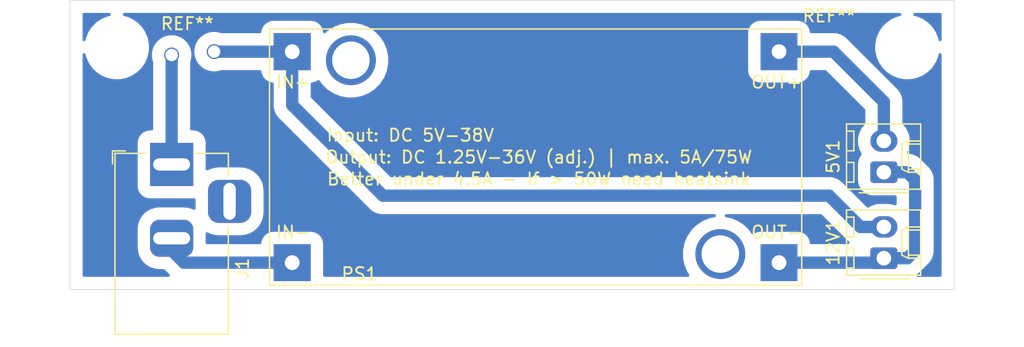
<source format=kicad_pcb>
(kicad_pcb (version 20171130) (host pcbnew "(5.1.12)-1")

  (general
    (thickness 1.6)
    (drawings 5)
    (tracks 24)
    (zones 0)
    (modules 6)
    (nets 7)
  )

  (page A4)
  (layers
    (0 F.Cu signal)
    (31 B.Cu signal)
    (32 B.Adhes user)
    (33 F.Adhes user)
    (34 B.Paste user)
    (35 F.Paste user)
    (36 B.SilkS user)
    (37 F.SilkS user)
    (38 B.Mask user)
    (39 F.Mask user)
    (40 Dwgs.User user)
    (41 Cmts.User user)
    (42 Eco1.User user)
    (43 Eco2.User user)
    (44 Edge.Cuts user)
    (45 Margin user)
    (46 B.CrtYd user)
    (47 F.CrtYd user)
    (48 B.Fab user)
    (49 F.Fab user)
  )

  (setup
    (last_trace_width 1)
    (user_trace_width 1)
    (trace_clearance 0.2)
    (zone_clearance 0.508)
    (zone_45_only no)
    (trace_min 0.2)
    (via_size 0.8)
    (via_drill 0.4)
    (via_min_size 0.4)
    (via_min_drill 0.3)
    (user_via 1.2 1)
    (uvia_size 0.3)
    (uvia_drill 0.1)
    (uvias_allowed no)
    (uvia_min_size 0.2)
    (uvia_min_drill 0.1)
    (edge_width 0.05)
    (segment_width 0.2)
    (pcb_text_width 0.3)
    (pcb_text_size 1.5 1.5)
    (mod_edge_width 0.12)
    (mod_text_size 1 1)
    (mod_text_width 0.15)
    (pad_size 1.524 1.524)
    (pad_drill 0.762)
    (pad_to_mask_clearance 0)
    (aux_axis_origin 0 0)
    (visible_elements FFFFFF7F)
    (pcbplotparams
      (layerselection 0x010fc_ffffffff)
      (usegerberextensions false)
      (usegerberattributes true)
      (usegerberadvancedattributes true)
      (creategerberjobfile true)
      (excludeedgelayer true)
      (linewidth 0.100000)
      (plotframeref false)
      (viasonmask false)
      (mode 1)
      (useauxorigin false)
      (hpglpennumber 1)
      (hpglpenspeed 20)
      (hpglpendiameter 15.000000)
      (psnegative false)
      (psa4output false)
      (plotreference true)
      (plotvalue true)
      (plotinvisibletext false)
      (padsonsilk false)
      (subtractmaskfromsilk false)
      (outputformat 1)
      (mirror false)
      (drillshape 1)
      (scaleselection 1)
      (outputdirectory ""))
  )

  (net 0 "")
  (net 1 "Net-(12V1-Pad2)")
  (net 2 "Net-(12V1-Pad1)")
  (net 3 "Net-(5V1-Pad2)")
  (net 4 "Net-(J1-Pad3)")
  (net 5 "Net-(J1-Pad2)")
  (net 6 "Net-(J1-Pad1)")

  (net_class Default "This is the default net class."
    (clearance 0.2)
    (trace_width 0.25)
    (via_dia 0.8)
    (via_drill 0.4)
    (uvia_dia 0.3)
    (uvia_drill 0.1)
    (add_net "Net-(12V1-Pad1)")
    (add_net "Net-(12V1-Pad2)")
    (add_net "Net-(5V1-Pad2)")
    (add_net "Net-(J1-Pad1)")
    (add_net "Net-(J1-Pad2)")
    (add_net "Net-(J1-Pad3)")
  )

  (module MountingHole:MountingHole_3.2mm_M3 (layer F.Cu) (tedit 56D1B4CB) (tstamp 63516801)
    (at 176.53 64.135)
    (descr "Mounting Hole 3.2mm, no annular, M3")
    (tags "mounting hole 3.2mm no annular m3")
    (attr virtual)
    (fp_text reference REF** (at -6.35 -2.54) (layer F.SilkS)
      (effects (font (size 1 1) (thickness 0.15)))
    )
    (fp_text value MountingHole_3.2mm_M3 (at 0 4.2) (layer F.Fab)
      (effects (font (size 1 1) (thickness 0.15)))
    )
    (fp_circle (center 0 0) (end 3.2 0) (layer Cmts.User) (width 0.15))
    (fp_circle (center 0 0) (end 3.45 0) (layer F.CrtYd) (width 0.05))
    (fp_text user %R (at 0.3 0) (layer F.Fab)
      (effects (font (size 1 1) (thickness 0.15)))
    )
    (pad 1 np_thru_hole circle (at 0 0) (size 3.2 3.2) (drill 3.2) (layers *.Cu *.Mask))
  )

  (module MountingHole:MountingHole_3.2mm_M3 (layer F.Cu) (tedit 56D1B4CB) (tstamp 635167F6)
    (at 112.395 64.135)
    (descr "Mounting Hole 3.2mm, no annular, M3")
    (tags "mounting hole 3.2mm no annular m3")
    (attr virtual)
    (fp_text reference REF** (at 5.715 -1.905) (layer F.SilkS)
      (effects (font (size 1 1) (thickness 0.15)))
    )
    (fp_text value MountingHole_3.2mm_M3 (at 0 4.2) (layer F.Fab)
      (effects (font (size 1 1) (thickness 0.15)))
    )
    (fp_text user %R (at 0.3 0) (layer F.Fab)
      (effects (font (size 1 1) (thickness 0.15)))
    )
    (fp_circle (center 0 0) (end 3.2 0) (layer Cmts.User) (width 0.15))
    (fp_circle (center 0 0) (end 3.45 0) (layer F.CrtYd) (width 0.05))
    (pad 1 np_thru_hole circle (at 0 0) (size 3.2 3.2) (drill 3.2) (layers *.Cu *.Mask))
  )

  (module XL4005:XL4005_DC-DC (layer F.Cu) (tedit 5CEE5149) (tstamp 6351629C)
    (at 124.779999 83.483)
    (path /6350F987)
    (fp_text reference PS1 (at 7.300001 -0.933) (layer F.SilkS)
      (effects (font (size 1 1) (thickness 0.15)))
    )
    (fp_text value XL4005_DC-DC (at 11.745001 -2.838) (layer F.Fab)
      (effects (font (size 1 1) (thickness 0.15)))
    )
    (fp_text user IN+ (at 1.905 -16.51) (layer F.SilkS)
      (effects (font (size 1 1) (thickness 0.15)))
    )
    (fp_text user IN- (at 1.905 -4.318) (layer F.SilkS)
      (effects (font (size 1 1) (thickness 0.15)))
    )
    (fp_text user OUT+ (at 41.148 -16.51) (layer F.SilkS)
      (effects (font (size 1 1) (thickness 0.15)))
    )
    (fp_text user OUT- (at 41.148 -4.318) (layer F.SilkS)
      (effects (font (size 1 1) (thickness 0.15)))
    )
    (fp_text user "Input: DC 5V-38V" (at 11.43 -12.192) (layer F.SilkS)
      (effects (font (size 1 1) (thickness 0.15)))
    )
    (fp_text user "Output: DC 1.25V-36V (adj.) | max. 5A/75W" (at 21.844 -10.414) (layer F.SilkS)
      (effects (font (size 1 1) (thickness 0.15)))
    )
    (fp_text user "Better under 4.5A - If > 50W need heatsink" (at 21.844 -8.636) (layer F.SilkS)
      (effects (font (size 1 1) (thickness 0.15)))
    )
    (fp_line (start 43.18 0) (end 0 0) (layer F.SilkS) (width 0.12))
    (fp_line (start 43.18 -20.828) (end 43.18 0) (layer F.SilkS) (width 0.12))
    (fp_line (start 0 -20.828) (end 43.18 -20.828) (layer F.SilkS) (width 0.12))
    (fp_line (start 0 0) (end 0 -20.828) (layer F.SilkS) (width 0.12))
    (pad "" thru_hole circle (at 6.604 -18.288) (size 4.048 4.048) (drill 3.048) (layers *.Cu *.Mask))
    (pad "" thru_hole circle (at 36.576 -2.54) (size 4.048 4.048) (drill 3.048) (layers *.Cu *.Mask))
    (pad 2 thru_hole rect (at 1.8415 -1.8415) (size 3 3) (drill 1.2) (layers *.Cu *.Mask)
      (net 5 "Net-(J1-Pad2)"))
    (pad 1 thru_hole rect (at 1.8415 -18.9865) (size 3 3) (drill 1.2) (layers *.Cu *.Mask)
      (net 1 "Net-(12V1-Pad2)"))
    (pad 3 thru_hole rect (at 41.3385 -18.9865) (size 3 3) (drill 1.2) (layers *.Cu *.Mask)
      (net 3 "Net-(5V1-Pad2)"))
    (pad 4 thru_hole rect (at 41.3385 -1.8415) (size 3 3) (drill 1.2) (layers *.Cu *.Mask)
      (net 2 "Net-(12V1-Pad1)"))
  )

  (module Connector_BarrelJack:BarrelJack_Horizontal (layer F.Cu) (tedit 5A1DBF6A) (tstamp 63516287)
    (at 116.84 73.66 90)
    (descr "DC Barrel Jack")
    (tags "Power Jack")
    (path /6351185E)
    (fp_text reference J1 (at -8.45 5.75 90) (layer F.SilkS)
      (effects (font (size 1 1) (thickness 0.15)))
    )
    (fp_text value Barrel_Jack_Horizontal (at -6.2 -5.5 90) (layer F.Fab)
      (effects (font (size 1 1) (thickness 0.15)))
    )
    (fp_text user %R (at -3 -2.95 90) (layer F.Fab)
      (effects (font (size 1 1) (thickness 0.15)))
    )
    (fp_line (start -0.003213 -4.505425) (end 0.8 -3.75) (layer F.Fab) (width 0.1))
    (fp_line (start 1.1 -3.75) (end 1.1 -4.8) (layer F.SilkS) (width 0.12))
    (fp_line (start 0.05 -4.8) (end 1.1 -4.8) (layer F.SilkS) (width 0.12))
    (fp_line (start 1 -4.5) (end 1 -4.75) (layer F.CrtYd) (width 0.05))
    (fp_line (start 1 -4.75) (end -14 -4.75) (layer F.CrtYd) (width 0.05))
    (fp_line (start 1 -4.5) (end 1 -2) (layer F.CrtYd) (width 0.05))
    (fp_line (start 1 -2) (end 2 -2) (layer F.CrtYd) (width 0.05))
    (fp_line (start 2 -2) (end 2 2) (layer F.CrtYd) (width 0.05))
    (fp_line (start 2 2) (end 1 2) (layer F.CrtYd) (width 0.05))
    (fp_line (start 1 2) (end 1 4.75) (layer F.CrtYd) (width 0.05))
    (fp_line (start 1 4.75) (end -1 4.75) (layer F.CrtYd) (width 0.05))
    (fp_line (start -1 4.75) (end -1 6.75) (layer F.CrtYd) (width 0.05))
    (fp_line (start -1 6.75) (end -5 6.75) (layer F.CrtYd) (width 0.05))
    (fp_line (start -5 6.75) (end -5 4.75) (layer F.CrtYd) (width 0.05))
    (fp_line (start -5 4.75) (end -14 4.75) (layer F.CrtYd) (width 0.05))
    (fp_line (start -14 4.75) (end -14 -4.75) (layer F.CrtYd) (width 0.05))
    (fp_line (start -5 4.6) (end -13.8 4.6) (layer F.SilkS) (width 0.12))
    (fp_line (start -13.8 4.6) (end -13.8 -4.6) (layer F.SilkS) (width 0.12))
    (fp_line (start 0.9 1.9) (end 0.9 4.6) (layer F.SilkS) (width 0.12))
    (fp_line (start 0.9 4.6) (end -1 4.6) (layer F.SilkS) (width 0.12))
    (fp_line (start -13.8 -4.6) (end 0.9 -4.6) (layer F.SilkS) (width 0.12))
    (fp_line (start 0.9 -4.6) (end 0.9 -2) (layer F.SilkS) (width 0.12))
    (fp_line (start -10.2 -4.5) (end -10.2 4.5) (layer F.Fab) (width 0.1))
    (fp_line (start -13.7 -4.5) (end -13.7 4.5) (layer F.Fab) (width 0.1))
    (fp_line (start -13.7 4.5) (end 0.8 4.5) (layer F.Fab) (width 0.1))
    (fp_line (start 0.8 4.5) (end 0.8 -3.75) (layer F.Fab) (width 0.1))
    (fp_line (start 0 -4.5) (end -13.7 -4.5) (layer F.Fab) (width 0.1))
    (pad 3 thru_hole roundrect (at -3 4.7 90) (size 3.5 3.5) (drill oval 3 1) (layers *.Cu *.Mask) (roundrect_rratio 0.25)
      (net 4 "Net-(J1-Pad3)"))
    (pad 2 thru_hole roundrect (at -6 0 90) (size 3 3.5) (drill oval 1 3) (layers *.Cu *.Mask) (roundrect_rratio 0.25)
      (net 5 "Net-(J1-Pad2)"))
    (pad 1 thru_hole rect (at 0 0 90) (size 3.5 3.5) (drill oval 1 3) (layers *.Cu *.Mask)
      (net 6 "Net-(J1-Pad1)"))
    (model ${KISYS3DMOD}/Connector_BarrelJack.3dshapes/BarrelJack_Horizontal.wrl
      (at (xyz 0 0 0))
      (scale (xyz 1 1 1))
      (rotate (xyz 0 0 0))
    )
  )

  (module Connector_Molex:Molex_KK-254_AE-6410-02A_1x02_P2.54mm_Vertical (layer F.Cu) (tedit 5EA53D3B) (tstamp 63516264)
    (at 174.625 74.295 90)
    (descr "Molex KK-254 Interconnect System, old/engineering part number: AE-6410-02A example for new part number: 22-27-2021, 2 Pins (http://www.molex.com/pdm_docs/sd/022272021_sd.pdf), generated with kicad-footprint-generator")
    (tags "connector Molex KK-254 vertical")
    (path /63513298)
    (fp_text reference 5V1 (at 1.27 -4.12 90) (layer F.SilkS)
      (effects (font (size 1 1) (thickness 0.15)))
    )
    (fp_text value 5V (at 1.27 4.08 90) (layer F.Fab)
      (effects (font (size 1 1) (thickness 0.15)))
    )
    (fp_text user %R (at 1.27 -2.22 90) (layer F.Fab)
      (effects (font (size 1 1) (thickness 0.15)))
    )
    (fp_line (start -1.27 -2.92) (end -1.27 2.88) (layer F.Fab) (width 0.1))
    (fp_line (start -1.27 2.88) (end 3.81 2.88) (layer F.Fab) (width 0.1))
    (fp_line (start 3.81 2.88) (end 3.81 -2.92) (layer F.Fab) (width 0.1))
    (fp_line (start 3.81 -2.92) (end -1.27 -2.92) (layer F.Fab) (width 0.1))
    (fp_line (start -1.38 -3.03) (end -1.38 2.99) (layer F.SilkS) (width 0.12))
    (fp_line (start -1.38 2.99) (end 3.92 2.99) (layer F.SilkS) (width 0.12))
    (fp_line (start 3.92 2.99) (end 3.92 -3.03) (layer F.SilkS) (width 0.12))
    (fp_line (start 3.92 -3.03) (end -1.38 -3.03) (layer F.SilkS) (width 0.12))
    (fp_line (start -1.67 -2) (end -1.67 2) (layer F.SilkS) (width 0.12))
    (fp_line (start -1.27 -0.5) (end -0.562893 0) (layer F.Fab) (width 0.1))
    (fp_line (start -0.562893 0) (end -1.27 0.5) (layer F.Fab) (width 0.1))
    (fp_line (start 0 2.99) (end 0 1.99) (layer F.SilkS) (width 0.12))
    (fp_line (start 0 1.99) (end 2.54 1.99) (layer F.SilkS) (width 0.12))
    (fp_line (start 2.54 1.99) (end 2.54 2.99) (layer F.SilkS) (width 0.12))
    (fp_line (start 0 1.99) (end 0.25 1.46) (layer F.SilkS) (width 0.12))
    (fp_line (start 0.25 1.46) (end 2.29 1.46) (layer F.SilkS) (width 0.12))
    (fp_line (start 2.29 1.46) (end 2.54 1.99) (layer F.SilkS) (width 0.12))
    (fp_line (start 0.25 2.99) (end 0.25 1.99) (layer F.SilkS) (width 0.12))
    (fp_line (start 2.29 2.99) (end 2.29 1.99) (layer F.SilkS) (width 0.12))
    (fp_line (start -0.8 -3.03) (end -0.8 -2.43) (layer F.SilkS) (width 0.12))
    (fp_line (start -0.8 -2.43) (end 0.8 -2.43) (layer F.SilkS) (width 0.12))
    (fp_line (start 0.8 -2.43) (end 0.8 -3.03) (layer F.SilkS) (width 0.12))
    (fp_line (start 1.74 -3.03) (end 1.74 -2.43) (layer F.SilkS) (width 0.12))
    (fp_line (start 1.74 -2.43) (end 3.34 -2.43) (layer F.SilkS) (width 0.12))
    (fp_line (start 3.34 -2.43) (end 3.34 -3.03) (layer F.SilkS) (width 0.12))
    (fp_line (start -1.77 -3.42) (end -1.77 3.38) (layer F.CrtYd) (width 0.05))
    (fp_line (start -1.77 3.38) (end 4.31 3.38) (layer F.CrtYd) (width 0.05))
    (fp_line (start 4.31 3.38) (end 4.31 -3.42) (layer F.CrtYd) (width 0.05))
    (fp_line (start 4.31 -3.42) (end -1.77 -3.42) (layer F.CrtYd) (width 0.05))
    (pad 2 thru_hole oval (at 2.54 0 90) (size 1.74 2.19) (drill 1.19) (layers *.Cu *.Mask)
      (net 3 "Net-(5V1-Pad2)"))
    (pad 1 thru_hole roundrect (at 0 0 90) (size 1.74 2.19) (drill 1.19) (layers *.Cu *.Mask) (roundrect_rratio 0.143678)
      (net 2 "Net-(12V1-Pad1)"))
    (model ${KISYS3DMOD}/Connector_Molex.3dshapes/Molex_KK-254_AE-6410-02A_1x02_P2.54mm_Vertical.wrl
      (at (xyz 0 0 0))
      (scale (xyz 1 1 1))
      (rotate (xyz 0 0 0))
    )
  )

  (module Connector_Molex:Molex_KK-254_AE-6410-02A_1x02_P2.54mm_Vertical (layer F.Cu) (tedit 5EA53D3B) (tstamp 63516240)
    (at 174.625 81.28 90)
    (descr "Molex KK-254 Interconnect System, old/engineering part number: AE-6410-02A example for new part number: 22-27-2021, 2 Pins (http://www.molex.com/pdm_docs/sd/022272021_sd.pdf), generated with kicad-footprint-generator")
    (tags "connector Molex KK-254 vertical")
    (path /6351264A)
    (fp_text reference 12V1 (at 1.27 -4.12 90) (layer F.SilkS)
      (effects (font (size 1 1) (thickness 0.15)))
    )
    (fp_text value 12V (at 1.27 4.08 90) (layer F.Fab)
      (effects (font (size 1 1) (thickness 0.15)))
    )
    (fp_text user %R (at 1.27 -2.22 90) (layer F.Fab)
      (effects (font (size 1 1) (thickness 0.15)))
    )
    (fp_line (start -1.27 -2.92) (end -1.27 2.88) (layer F.Fab) (width 0.1))
    (fp_line (start -1.27 2.88) (end 3.81 2.88) (layer F.Fab) (width 0.1))
    (fp_line (start 3.81 2.88) (end 3.81 -2.92) (layer F.Fab) (width 0.1))
    (fp_line (start 3.81 -2.92) (end -1.27 -2.92) (layer F.Fab) (width 0.1))
    (fp_line (start -1.38 -3.03) (end -1.38 2.99) (layer F.SilkS) (width 0.12))
    (fp_line (start -1.38 2.99) (end 3.92 2.99) (layer F.SilkS) (width 0.12))
    (fp_line (start 3.92 2.99) (end 3.92 -3.03) (layer F.SilkS) (width 0.12))
    (fp_line (start 3.92 -3.03) (end -1.38 -3.03) (layer F.SilkS) (width 0.12))
    (fp_line (start -1.67 -2) (end -1.67 2) (layer F.SilkS) (width 0.12))
    (fp_line (start -1.27 -0.5) (end -0.562893 0) (layer F.Fab) (width 0.1))
    (fp_line (start -0.562893 0) (end -1.27 0.5) (layer F.Fab) (width 0.1))
    (fp_line (start 0 2.99) (end 0 1.99) (layer F.SilkS) (width 0.12))
    (fp_line (start 0 1.99) (end 2.54 1.99) (layer F.SilkS) (width 0.12))
    (fp_line (start 2.54 1.99) (end 2.54 2.99) (layer F.SilkS) (width 0.12))
    (fp_line (start 0 1.99) (end 0.25 1.46) (layer F.SilkS) (width 0.12))
    (fp_line (start 0.25 1.46) (end 2.29 1.46) (layer F.SilkS) (width 0.12))
    (fp_line (start 2.29 1.46) (end 2.54 1.99) (layer F.SilkS) (width 0.12))
    (fp_line (start 0.25 2.99) (end 0.25 1.99) (layer F.SilkS) (width 0.12))
    (fp_line (start 2.29 2.99) (end 2.29 1.99) (layer F.SilkS) (width 0.12))
    (fp_line (start -0.8 -3.03) (end -0.8 -2.43) (layer F.SilkS) (width 0.12))
    (fp_line (start -0.8 -2.43) (end 0.8 -2.43) (layer F.SilkS) (width 0.12))
    (fp_line (start 0.8 -2.43) (end 0.8 -3.03) (layer F.SilkS) (width 0.12))
    (fp_line (start 1.74 -3.03) (end 1.74 -2.43) (layer F.SilkS) (width 0.12))
    (fp_line (start 1.74 -2.43) (end 3.34 -2.43) (layer F.SilkS) (width 0.12))
    (fp_line (start 3.34 -2.43) (end 3.34 -3.03) (layer F.SilkS) (width 0.12))
    (fp_line (start -1.77 -3.42) (end -1.77 3.38) (layer F.CrtYd) (width 0.05))
    (fp_line (start -1.77 3.38) (end 4.31 3.38) (layer F.CrtYd) (width 0.05))
    (fp_line (start 4.31 3.38) (end 4.31 -3.42) (layer F.CrtYd) (width 0.05))
    (fp_line (start 4.31 -3.42) (end -1.77 -3.42) (layer F.CrtYd) (width 0.05))
    (pad 2 thru_hole oval (at 2.54 0 90) (size 1.74 2.19) (drill 1.19) (layers *.Cu *.Mask)
      (net 1 "Net-(12V1-Pad2)"))
    (pad 1 thru_hole roundrect (at 0 0 90) (size 1.74 2.19) (drill 1.19) (layers *.Cu *.Mask) (roundrect_rratio 0.143678)
      (net 2 "Net-(12V1-Pad1)"))
    (model ${KISYS3DMOD}/Connector_Molex.3dshapes/Molex_KK-254_AE-6410-02A_1x02_P2.54mm_Vertical.wrl
      (at (xyz 0 0 0))
      (scale (xyz 1 1 1))
      (rotate (xyz 0 0 0))
    )
  )

  (gr_line (start 108.585 83.82) (end 111.125 83.82) (layer Edge.Cuts) (width 0.05) (tstamp 635166B1))
  (gr_line (start 108.585 60.325) (end 108.585 83.82) (layer Edge.Cuts) (width 0.05))
  (gr_line (start 180.34 60.325) (end 108.585 60.325) (layer Edge.Cuts) (width 0.05))
  (gr_line (start 180.34 83.82) (end 180.34 60.325) (layer Edge.Cuts) (width 0.05))
  (gr_line (start 111.125 83.82) (end 180.34 83.82) (layer Edge.Cuts) (width 0.05))

  (segment (start 126.621499 64.4965) (end 126.621499 68.836499) (width 1) (layer B.Cu) (net 1))
  (segment (start 126.621499 68.836499) (end 133.985 76.2) (width 1) (layer B.Cu) (net 1))
  (segment (start 133.985 76.2) (end 170.18 76.2) (width 1) (layer B.Cu) (net 1))
  (segment (start 172.72 78.74) (end 174.625 78.74) (width 1) (layer B.Cu) (net 1))
  (segment (start 170.18 76.2) (end 172.72 78.74) (width 1) (layer B.Cu) (net 1))
  (segment (start 126.621499 64.4965) (end 120.2885 64.4965) (width 1) (layer B.Cu) (net 1))
  (segment (start 120.2885 64.4965) (end 120.2885 64.4965) (width 1) (layer B.Cu) (net 1) (tstamp 63516683))
  (via (at 120.2885 64.4965) (size 1.2) (drill 1) (layers F.Cu B.Cu) (net 1))
  (segment (start 174.625 74.295) (end 176.53 74.295) (width 1) (layer B.Cu) (net 2))
  (segment (start 176.53 74.295) (end 177.165 74.93) (width 1) (layer B.Cu) (net 2))
  (segment (start 177.165 74.93) (end 177.165 80.645) (width 1) (layer B.Cu) (net 2))
  (segment (start 176.53 81.28) (end 174.625 81.28) (width 1) (layer B.Cu) (net 2))
  (segment (start 177.165 80.645) (end 176.53 81.28) (width 1) (layer B.Cu) (net 2))
  (segment (start 174.2635 81.6415) (end 174.625 81.28) (width 1) (layer B.Cu) (net 2))
  (segment (start 166.118499 81.6415) (end 174.2635 81.6415) (width 1) (layer B.Cu) (net 2))
  (segment (start 166.118499 64.4965) (end 170.5415 64.4965) (width 1) (layer B.Cu) (net 3))
  (segment (start 174.625 68.58) (end 174.625 71.755) (width 1) (layer B.Cu) (net 3))
  (segment (start 170.5415 64.4965) (end 174.625 68.58) (width 1) (layer B.Cu) (net 3))
  (segment (start 116.84 79.66) (end 116.84 80.645) (width 1) (layer B.Cu) (net 5))
  (segment (start 117.8365 81.6415) (end 126.621499 81.6415) (width 1) (layer B.Cu) (net 5))
  (segment (start 116.84 80.645) (end 117.8365 81.6415) (width 1) (layer B.Cu) (net 5))
  (segment (start 116.84 73.66) (end 116.84 64.77) (width 1) (layer B.Cu) (net 6))
  (segment (start 116.84 64.77) (end 116.84 64.77) (width 1) (layer B.Cu) (net 6) (tstamp 63516685))
  (via (at 116.84 64.77) (size 1.2) (drill 1) (layers F.Cu B.Cu) (net 6))

  (zone (net 0) (net_name "") (layer B.Cu) (tstamp 0) (hatch edge 0.508)
    (connect_pads (clearance 1))
    (min_thickness 0.254)
    (fill yes (arc_segments 32) (thermal_gap 0.508) (thermal_bridge_width 0.508))
    (polygon
      (pts
        (xy 180.34 83.82) (xy 108.585 83.82) (xy 108.585 60.325) (xy 180.34 60.325)
      )
    )
    (filled_polygon
      (pts
        (xy 118.627868 65.000247) (xy 118.758053 65.314541) (xy 118.947052 65.597398) (xy 119.187602 65.837948) (xy 119.470459 66.026947)
        (xy 119.784753 66.157132) (xy 120.118405 66.2235) (xy 120.458595 66.2235) (xy 120.792247 66.157132) (xy 120.873442 66.1235)
        (xy 124.001555 66.1235) (xy 124.010806 66.217431) (xy 124.075249 66.429871) (xy 124.179899 66.625657) (xy 124.320734 66.797265)
        (xy 124.492342 66.9381) (xy 124.688128 67.04275) (xy 124.900568 67.107193) (xy 124.9945 67.116445) (xy 124.9945 68.756575)
        (xy 124.986628 68.836499) (xy 125.018042 69.155446) (xy 125.111075 69.462137) (xy 125.262153 69.744784) (xy 125.414521 69.930446)
        (xy 125.414525 69.93045) (xy 125.465471 69.992528) (xy 125.527549 70.043474) (xy 132.778025 77.293951) (xy 132.828971 77.356029)
        (xy 132.891049 77.406975) (xy 132.891052 77.406978) (xy 133.047048 77.535) (xy 133.076714 77.559346) (xy 133.359362 77.710425)
        (xy 133.666052 77.803458) (xy 133.905075 77.827) (xy 133.905085 77.827) (xy 133.985 77.834871) (xy 134.064914 77.827)
        (xy 160.869696 77.827) (xy 160.436886 77.913091) (xy 159.863441 78.15062) (xy 159.347354 78.495459) (xy 158.908458 78.934355)
        (xy 158.563619 79.450442) (xy 158.32609 80.023887) (xy 158.204999 80.632654) (xy 158.204999 81.253346) (xy 158.32609 81.862113)
        (xy 158.563619 82.435558) (xy 158.718932 82.668) (xy 129.253952 82.668) (xy 129.253952 80.1415) (xy 129.232192 79.920569)
        (xy 129.167749 79.708129) (xy 129.063099 79.512343) (xy 128.922264 79.340735) (xy 128.750656 79.1999) (xy 128.55487 79.09525)
        (xy 128.34243 79.030807) (xy 128.121499 79.009047) (xy 125.121499 79.009047) (xy 124.900568 79.030807) (xy 124.688128 79.09525)
        (xy 124.492342 79.1999) (xy 124.320734 79.340735) (xy 124.179899 79.512343) (xy 124.075249 79.708129) (xy 124.010806 79.920569)
        (xy 124.001555 80.0145) (xy 119.722453 80.0145) (xy 119.722453 79.296464) (xy 119.896781 79.389645) (xy 120.273365 79.50388)
        (xy 120.665 79.542453) (xy 122.415 79.542453) (xy 122.806635 79.50388) (xy 123.183219 79.389645) (xy 123.530281 79.204136)
        (xy 123.834484 78.954484) (xy 124.084136 78.650281) (xy 124.269645 78.303219) (xy 124.38388 77.926635) (xy 124.422453 77.535)
        (xy 124.422453 75.785) (xy 124.38388 75.393365) (xy 124.269645 75.016781) (xy 124.084136 74.669719) (xy 123.834484 74.365516)
        (xy 123.530281 74.115864) (xy 123.183219 73.930355) (xy 122.806635 73.81612) (xy 122.415 73.777547) (xy 120.665 73.777547)
        (xy 120.273365 73.81612) (xy 119.896781 73.930355) (xy 119.722453 74.023536) (xy 119.722453 71.91) (xy 119.700693 71.689069)
        (xy 119.63625 71.476629) (xy 119.5316 71.280843) (xy 119.390765 71.109235) (xy 119.219157 70.9684) (xy 119.023371 70.86375)
        (xy 118.810931 70.799307) (xy 118.59 70.777547) (xy 118.467 70.777547) (xy 118.467 65.354942) (xy 118.500632 65.273747)
        (xy 118.567 64.940095) (xy 118.567 64.694245)
      )
    )
    (filled_polygon
      (pts
        (xy 175.734563 61.512797) (xy 175.238281 61.718364) (xy 174.791639 62.016801) (xy 174.411801 62.396639) (xy 174.113364 62.843281)
        (xy 173.907797 63.339563) (xy 173.803 63.866414) (xy 173.803 64.403586) (xy 173.907797 64.930437) (xy 174.113364 65.426719)
        (xy 174.411801 65.873361) (xy 174.791639 66.253199) (xy 175.238281 66.551636) (xy 175.734563 66.757203) (xy 176.261414 66.862)
        (xy 176.798586 66.862) (xy 177.325437 66.757203) (xy 177.821719 66.551636) (xy 178.268361 66.253199) (xy 178.648199 65.873361)
        (xy 178.946636 65.426719) (xy 179.152203 64.930437) (xy 179.188001 64.750469) (xy 179.188 82.668) (xy 177.384678 82.668)
        (xy 177.438286 82.639346) (xy 177.686029 82.436029) (xy 177.73698 82.373945) (xy 178.258941 81.851983) (xy 178.321029 81.801029)
        (xy 178.524346 81.553286) (xy 178.675425 81.270638) (xy 178.768458 80.963948) (xy 178.792 80.724925) (xy 178.799872 80.645)
        (xy 178.792 80.565075) (xy 178.792 75.009925) (xy 178.799872 74.93) (xy 178.768458 74.611052) (xy 178.754527 74.565129)
        (xy 178.675425 74.304362) (xy 178.524346 74.021714) (xy 178.321029 73.773971) (xy 178.258942 73.723018) (xy 177.73698 73.201055)
        (xy 177.686029 73.138971) (xy 177.438286 72.935654) (xy 177.155638 72.784575) (xy 176.848948 72.691542) (xy 176.625543 72.669538)
        (xy 176.703914 72.522916) (xy 176.818105 72.14648) (xy 176.856662 71.755) (xy 176.818105 71.36352) (xy 176.703914 70.987084)
        (xy 176.518478 70.640158) (xy 176.268924 70.336076) (xy 176.252 70.322187) (xy 176.252 68.659914) (xy 176.259871 68.579999)
        (xy 176.252 68.500085) (xy 176.252 68.500075) (xy 176.228458 68.261052) (xy 176.135425 67.954362) (xy 175.984346 67.671714)
        (xy 175.949719 67.629521) (xy 175.831978 67.486052) (xy 175.831975 67.486049) (xy 175.781029 67.423971) (xy 175.718952 67.373026)
        (xy 171.748479 63.402554) (xy 171.697529 63.340471) (xy 171.449786 63.137154) (xy 171.167138 62.986075) (xy 170.860448 62.893042)
        (xy 170.621425 62.8695) (xy 170.621414 62.8695) (xy 170.5415 62.861629) (xy 170.461586 62.8695) (xy 168.738443 62.8695)
        (xy 168.729192 62.775569) (xy 168.664749 62.563129) (xy 168.560099 62.367343) (xy 168.419264 62.195735) (xy 168.247656 62.0549)
        (xy 168.05187 61.95025) (xy 167.83943 61.885807) (xy 167.618499 61.864047) (xy 164.618499 61.864047) (xy 164.397568 61.885807)
        (xy 164.185128 61.95025) (xy 163.989342 62.0549) (xy 163.817734 62.195735) (xy 163.676899 62.367343) (xy 163.572249 62.563129)
        (xy 163.507806 62.775569) (xy 163.486046 62.9965) (xy 163.486046 65.9965) (xy 163.507806 66.217431) (xy 163.572249 66.429871)
        (xy 163.676899 66.625657) (xy 163.817734 66.797265) (xy 163.989342 66.9381) (xy 164.185128 67.04275) (xy 164.397568 67.107193)
        (xy 164.618499 67.128953) (xy 167.618499 67.128953) (xy 167.83943 67.107193) (xy 168.05187 67.04275) (xy 168.247656 66.9381)
        (xy 168.419264 66.797265) (xy 168.560099 66.625657) (xy 168.664749 66.429871) (xy 168.729192 66.217431) (xy 168.738443 66.1235)
        (xy 169.867575 66.1235) (xy 172.998 69.253926) (xy 172.998001 70.322186) (xy 172.981076 70.336076) (xy 172.731522 70.640158)
        (xy 172.546086 70.987084) (xy 172.431895 71.36352) (xy 172.393338 71.755) (xy 172.431895 72.14648) (xy 172.546086 72.522916)
        (xy 172.703701 72.817793) (xy 172.630532 72.90695) (xy 172.50278 73.145958) (xy 172.42411 73.405296) (xy 172.397547 73.674999)
        (xy 172.397547 74.915001) (xy 172.42411 75.184704) (xy 172.50278 75.444042) (xy 172.630532 75.68305) (xy 172.802458 75.892542)
        (xy 173.01195 76.064468) (xy 173.250958 76.19222) (xy 173.510296 76.27089) (xy 173.779999 76.297453) (xy 175.470001 76.297453)
        (xy 175.538 76.290756) (xy 175.538 76.861844) (xy 175.24148 76.771895) (xy 174.948101 76.743) (xy 174.301899 76.743)
        (xy 174.00852 76.771895) (xy 173.632084 76.886086) (xy 173.329008 77.048083) (xy 171.386977 75.106052) (xy 171.336029 75.043971)
        (xy 171.088286 74.840654) (xy 170.805638 74.689575) (xy 170.498948 74.596542) (xy 170.259925 74.573) (xy 170.259914 74.573)
        (xy 170.18 74.565129) (xy 170.100086 74.573) (xy 134.658926 74.573) (xy 128.248499 68.162574) (xy 128.248499 67.116444)
        (xy 128.34243 67.107193) (xy 128.55487 67.04275) (xy 128.750656 66.9381) (xy 128.756062 66.933664) (xy 128.936458 67.203645)
        (xy 129.375354 67.642541) (xy 129.891441 67.98738) (xy 130.464886 68.224909) (xy 131.073653 68.346) (xy 131.694345 68.346)
        (xy 132.303112 68.224909) (xy 132.876557 67.98738) (xy 133.392644 67.642541) (xy 133.83154 67.203645) (xy 134.176379 66.687558)
        (xy 134.413908 66.114113) (xy 134.534999 65.505346) (xy 134.534999 64.884654) (xy 134.413908 64.275887) (xy 134.176379 63.702442)
        (xy 133.83154 63.186355) (xy 133.392644 62.747459) (xy 132.876557 62.40262) (xy 132.303112 62.165091) (xy 131.694345 62.044)
        (xy 131.073653 62.044) (xy 130.464886 62.165091) (xy 129.891441 62.40262) (xy 129.375354 62.747459) (xy 129.242508 62.880305)
        (xy 129.232192 62.775569) (xy 129.167749 62.563129) (xy 129.063099 62.367343) (xy 128.922264 62.195735) (xy 128.750656 62.0549)
        (xy 128.55487 61.95025) (xy 128.34243 61.885807) (xy 128.121499 61.864047) (xy 125.121499 61.864047) (xy 124.900568 61.885807)
        (xy 124.688128 61.95025) (xy 124.492342 62.0549) (xy 124.320734 62.195735) (xy 124.179899 62.367343) (xy 124.075249 62.563129)
        (xy 124.010806 62.775569) (xy 124.001555 62.8695) (xy 120.873442 62.8695) (xy 120.792247 62.835868) (xy 120.458595 62.7695)
        (xy 120.118405 62.7695) (xy 119.784753 62.835868) (xy 119.470459 62.966053) (xy 119.187602 63.155052) (xy 118.947052 63.395602)
        (xy 118.758053 63.678459) (xy 118.627868 63.992753) (xy 118.5615 64.326405) (xy 118.5615 64.572255) (xy 118.500632 64.266253)
        (xy 118.370447 63.951959) (xy 118.181448 63.669102) (xy 117.940898 63.428552) (xy 117.658041 63.239553) (xy 117.343747 63.109368)
        (xy 117.010095 63.043) (xy 116.669905 63.043) (xy 116.336253 63.109368) (xy 116.021959 63.239553) (xy 115.739102 63.428552)
        (xy 115.498552 63.669102) (xy 115.309553 63.951959) (xy 115.179368 64.266253) (xy 115.113 64.599905) (xy 115.113 64.940095)
        (xy 115.179368 65.273747) (xy 115.213001 65.354944) (xy 115.213 70.777547) (xy 115.09 70.777547) (xy 114.869069 70.799307)
        (xy 114.656629 70.86375) (xy 114.460843 70.9684) (xy 114.289235 71.109235) (xy 114.1484 71.280843) (xy 114.04375 71.476629)
        (xy 113.979307 71.689069) (xy 113.957547 71.91) (xy 113.957547 75.41) (xy 113.979307 75.630931) (xy 114.04375 75.843371)
        (xy 114.1484 76.039157) (xy 114.289235 76.210765) (xy 114.460843 76.3516) (xy 114.656629 76.45625) (xy 114.869069 76.520693)
        (xy 115.09 76.542453) (xy 118.59 76.542453) (xy 118.657547 76.5358) (xy 118.657547 77.222775) (xy 118.560384 77.17084)
        (xy 118.207248 77.063718) (xy 117.84 77.027547) (xy 115.84 77.027547) (xy 115.472752 77.063718) (xy 115.119616 77.17084)
        (xy 114.794165 77.344798) (xy 114.508905 77.578905) (xy 114.274798 77.864165) (xy 114.10084 78.189616) (xy 113.993718 78.542752)
        (xy 113.957547 78.91) (xy 113.957547 80.41) (xy 113.993718 80.777248) (xy 114.10084 81.130384) (xy 114.274798 81.455835)
        (xy 114.508905 81.741095) (xy 114.794165 81.975202) (xy 115.119616 82.14916) (xy 115.472752 82.256282) (xy 115.84 82.292453)
        (xy 116.186528 82.292453) (xy 116.562075 82.668) (xy 109.737 82.668) (xy 109.737 64.750473) (xy 109.772797 64.930437)
        (xy 109.978364 65.426719) (xy 110.276801 65.873361) (xy 110.656639 66.253199) (xy 111.103281 66.551636) (xy 111.599563 66.757203)
        (xy 112.126414 66.862) (xy 112.663586 66.862) (xy 113.190437 66.757203) (xy 113.686719 66.551636) (xy 114.133361 66.253199)
        (xy 114.513199 65.873361) (xy 114.811636 65.426719) (xy 115.017203 64.930437) (xy 115.122 64.403586) (xy 115.122 63.866414)
        (xy 115.017203 63.339563) (xy 114.811636 62.843281) (xy 114.513199 62.396639) (xy 114.133361 62.016801) (xy 113.686719 61.718364)
        (xy 113.190437 61.512797) (xy 113.010473 61.477) (xy 175.914527 61.477)
      )
    )
    (filled_polygon
      (pts
        (xy 171.51302 79.833945) (xy 171.563971 79.896029) (xy 171.692117 80.001196) (xy 171.708328 80.0145) (xy 168.738443 80.0145)
        (xy 168.729192 79.920569) (xy 168.664749 79.708129) (xy 168.560099 79.512343) (xy 168.419264 79.340735) (xy 168.247656 79.1999)
        (xy 168.05187 79.09525) (xy 167.83943 79.030807) (xy 167.618499 79.009047) (xy 164.618499 79.009047) (xy 164.397568 79.030807)
        (xy 164.185128 79.09525) (xy 163.989342 79.1999) (xy 163.983936 79.204336) (xy 163.80354 78.934355) (xy 163.364644 78.495459)
        (xy 162.848557 78.15062) (xy 162.275112 77.913091) (xy 161.842302 77.827) (xy 169.506075 77.827)
      )
    )
    (filled_polygon
      (pts
        (xy 179.188001 63.519531) (xy 179.152203 63.339563) (xy 178.946636 62.843281) (xy 178.648199 62.396639) (xy 178.268361 62.016801)
        (xy 177.821719 61.718364) (xy 177.325437 61.512797) (xy 177.145473 61.477) (xy 179.188001 61.477)
      )
    )
    (filled_polygon
      (pts
        (xy 111.599563 61.512797) (xy 111.103281 61.718364) (xy 110.656639 62.016801) (xy 110.276801 62.396639) (xy 109.978364 62.843281)
        (xy 109.772797 63.339563) (xy 109.737 63.519527) (xy 109.737 61.477) (xy 111.779527 61.477)
      )
    )
  )
)

</source>
